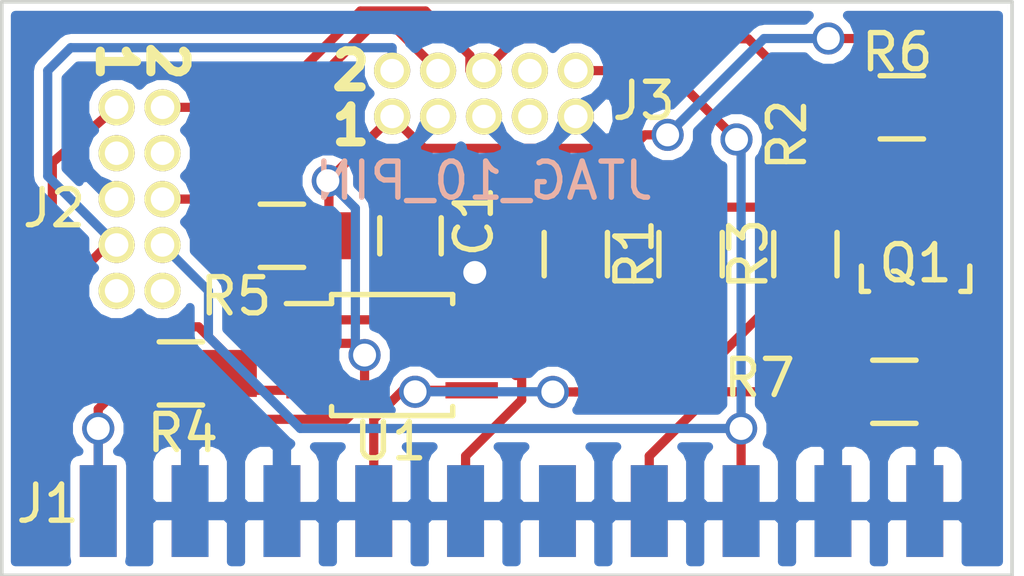
<source format=kicad_pcb>
(kicad_pcb (version 4) (host pcbnew 4.0.1-3.201512221402+6198~38~ubuntu14.04.1-stable)

  (general
    (links 45)
    (no_connects 0)
    (area 136.474999 94.564999 164.515001 110.540001)
    (thickness 1.6)
    (drawings 8)
    (tracks 146)
    (zones 0)
    (modules 13)
    (nets 23)
  )

  (page A4)
  (layers
    (0 F.Cu signal)
    (31 B.Cu signal)
    (32 B.Adhes user)
    (33 F.Adhes user)
    (34 B.Paste user)
    (35 F.Paste user)
    (36 B.SilkS user)
    (37 F.SilkS user)
    (38 B.Mask user)
    (39 F.Mask user)
    (40 Dwgs.User user)
    (41 Cmts.User user)
    (42 Eco1.User user)
    (43 Eco2.User user)
    (44 Edge.Cuts user)
    (45 Margin user)
    (46 B.CrtYd user)
    (47 F.CrtYd user)
    (48 B.Fab user)
    (49 F.Fab user)
  )

  (setup
    (last_trace_width 0.254)
    (trace_clearance 0.254)
    (zone_clearance 0.2)
    (zone_45_only no)
    (trace_min 0.254)
    (segment_width 0.2)
    (edge_width 0.1)
    (via_size 0.889)
    (via_drill 0.635)
    (via_min_size 0.889)
    (via_min_drill 0.508)
    (uvia_size 0.508)
    (uvia_drill 0.127)
    (uvias_allowed no)
    (uvia_min_size 0.508)
    (uvia_min_drill 0.127)
    (pcb_text_width 0.3)
    (pcb_text_size 1.5 1.5)
    (mod_edge_width 0.15)
    (mod_text_size 1 1)
    (mod_text_width 0.15)
    (pad_size 1.5 1.5)
    (pad_drill 0.6)
    (pad_to_mask_clearance 0)
    (aux_axis_origin 0 0)
    (visible_elements FFFFFF7F)
    (pcbplotparams
      (layerselection 0x00030_80000001)
      (usegerberextensions false)
      (excludeedgelayer true)
      (linewidth 0.100000)
      (plotframeref false)
      (viasonmask false)
      (mode 1)
      (useauxorigin false)
      (hpglpennumber 1)
      (hpglpenspeed 20)
      (hpglpendiameter 15)
      (hpglpenoverlay 2)
      (psnegative false)
      (psa4output false)
      (plotreference true)
      (plotvalue true)
      (plotinvisibletext false)
      (padsonsilk false)
      (subtractmaskfromsilk false)
      (outputformat 1)
      (mirror false)
      (drillshape 1)
      (scaleselection 1)
      (outputdirectory ""))
  )

  (net 0 "")
  (net 1 GND)
  (net 2 "Net-(J1-Pad3)")
  (net 3 "Net-(J1-Pad5)")
  (net 4 "Net-(J1-Pad11)")
  (net 5 "Net-(J1-Pad17)")
  (net 6 3V3)
  (net 7 "Net-(J2-Pad4)")
  (net 8 "Net-(J2-Pad3)")
  (net 9 "Net-(J2-Pad9)")
  (net 10 "Net-(J2-Pad10)")
  (net 11 "Net-(J3-Pad8)")
  (net 12 "Net-(J3-Pad7)")
  (net 13 /VREF)
  (net 14 /ST_SDA)
  (net 15 /ST_SCL)
  (net 16 ST_SWO)
  (net 17 /NRST)
  (net 18 T_SWO)
  (net 19 VCC)
  (net 20 /T_SCL)
  (net 21 /T_SDA)
  (net 22 /EN)

  (net_class Default "This is the default net class."
    (clearance 0.254)
    (trace_width 0.254)
    (via_dia 0.889)
    (via_drill 0.635)
    (uvia_dia 0.508)
    (uvia_drill 0.127)
    (add_net /EN)
    (add_net /NRST)
    (add_net /ST_SCL)
    (add_net /ST_SDA)
    (add_net /T_SCL)
    (add_net /T_SDA)
    (add_net /VREF)
    (add_net 3V3)
    (add_net GND)
    (add_net "Net-(J1-Pad11)")
    (add_net "Net-(J1-Pad17)")
    (add_net "Net-(J1-Pad3)")
    (add_net "Net-(J1-Pad5)")
    (add_net "Net-(J2-Pad10)")
    (add_net "Net-(J2-Pad3)")
    (add_net "Net-(J2-Pad4)")
    (add_net "Net-(J2-Pad9)")
    (add_net "Net-(J3-Pad7)")
    (add_net "Net-(J3-Pad8)")
    (add_net ST_SWO)
    (add_net T_SWO)
    (add_net VCC)
  )

  (module Capacitors_SMD:C_0805_HandSoldering (layer F.Cu) (tedit 541A9B8D) (tstamp 5592D49C)
    (at 147.828 101.092 270)
    (descr "Capacitor SMD 0805, hand soldering")
    (tags "capacitor 0805")
    (path /53BC6E97)
    (attr smd)
    (fp_text reference C1 (at -0.4064 -1.7526 270) (layer F.SilkS)
      (effects (font (size 1 1) (thickness 0.15)))
    )
    (fp_text value "0.1 uF" (at 0 2.1 270) (layer F.Fab)
      (effects (font (size 1 1) (thickness 0.15)))
    )
    (fp_line (start -2.3 -1) (end 2.3 -1) (layer F.CrtYd) (width 0.05))
    (fp_line (start -2.3 1) (end 2.3 1) (layer F.CrtYd) (width 0.05))
    (fp_line (start -2.3 -1) (end -2.3 1) (layer F.CrtYd) (width 0.05))
    (fp_line (start 2.3 -1) (end 2.3 1) (layer F.CrtYd) (width 0.05))
    (fp_line (start 0.5 -0.85) (end -0.5 -0.85) (layer F.SilkS) (width 0.15))
    (fp_line (start -0.5 0.85) (end 0.5 0.85) (layer F.SilkS) (width 0.15))
    (pad 1 smd rect (at -1.25 0 270) (size 1.5 1.25) (layers F.Cu F.Paste F.Mask)
      (net 6 3V3))
    (pad 2 smd rect (at 1.25 0 270) (size 1.5 1.25) (layers F.Cu F.Paste F.Mask)
      (net 1 GND))
    (model Capacitors_SMD.3dshapes/C_0805_HandSoldering.wrl
      (at (xyz 0 0 0))
      (scale (xyz 1 1 1))
      (rotate (xyz 0 0 0))
    )
  )

  (module NQBit:EDGE_CONNECTOR_2x10_2.54MM (layer F.Cu) (tedit 5592D5C4) (tstamp 5592D4A1)
    (at 149.352 108.712)
    (path /53BC5CE4)
    (fp_text reference J1 (at -11.557 -0.2032) (layer F.SilkS)
      (effects (font (size 1 1) (thickness 0.15)))
    )
    (fp_text value JTAG_STLINKV2 (at 11.3538 -2.8194) (layer F.SilkS) hide
      (effects (font (size 1 1) (thickness 0.15)))
    )
    (pad 1 connect rect (at -10.16 0) (size 1.02 2.54) (layers F.Cu F.Mask)
      (net 13 /VREF))
    (pad 3 connect rect (at -7.62 0) (size 1.02 2.54) (layers F.Cu F.Mask)
      (net 2 "Net-(J1-Pad3)"))
    (pad 5 connect rect (at -5.08 0) (size 1.02 2.54) (layers F.Cu F.Mask)
      (net 3 "Net-(J1-Pad5)"))
    (pad 7 connect rect (at -2.54 0) (size 1.02 2.54) (layers F.Cu F.Mask)
      (net 14 /ST_SDA))
    (pad 9 connect rect (at 0 0) (size 1.02 2.54) (layers F.Cu F.Mask)
      (net 15 /ST_SCL))
    (pad 11 connect rect (at 2.54 0) (size 1.02 2.54) (layers F.Cu F.Mask)
      (net 4 "Net-(J1-Pad11)"))
    (pad 13 connect rect (at 5.08 0) (size 1.02 2.54) (layers F.Cu F.Mask)
      (net 16 ST_SWO))
    (pad 15 connect rect (at 7.62 0) (size 1.02 2.54) (layers F.Cu F.Mask)
      (net 17 /NRST))
    (pad 17 connect rect (at 10.16 0) (size 1.02 2.54) (layers F.Cu F.Mask)
      (net 5 "Net-(J1-Pad17)"))
    (pad 19 connect rect (at 12.7 0) (size 1.02 2.54) (layers F.Cu F.Mask)
      (net 6 3V3))
    (pad 2 connect rect (at -10.16 0) (size 1.02 2.54) (layers B.Cu B.Mask)
      (net 13 /VREF))
    (pad 4 connect rect (at -7.62 0) (size 1.02 2.54) (layers B.Cu B.Mask)
      (net 1 GND))
    (pad 6 connect rect (at -5.08 0) (size 1.02 2.54) (layers B.Cu B.Mask)
      (net 1 GND))
    (pad 8 connect rect (at -2.54 0) (size 1.02 2.54) (layers B.Cu B.Mask)
      (net 1 GND))
    (pad 10 connect rect (at 0 0) (size 1.02 2.54) (layers B.Cu B.Mask)
      (net 1 GND))
    (pad 12 connect rect (at 2.54 0) (size 1.02 2.54) (layers B.Cu B.Mask)
      (net 1 GND))
    (pad 14 connect rect (at 5.08 0) (size 1.02 2.54) (layers B.Cu B.Mask)
      (net 1 GND))
    (pad 16 connect rect (at 7.62 0) (size 1.02 2.54) (layers B.Cu B.Mask)
      (net 1 GND))
    (pad 18 connect rect (at 10.16 0) (size 1.02 2.54) (layers B.Cu B.Mask)
      (net 1 GND))
    (pad 20 connect rect (at 12.7 0) (size 1.02 2.54) (layers B.Cu B.Mask)
      (net 1 GND))
  )

  (module NQBit:HEADER_PTH_MALE_2x5_1.27MM (layer F.Cu) (tedit 5592D5BB) (tstamp 5592D4B8)
    (at 140.97 100.076 270)
    (path /53BC6131)
    (fp_text reference J2 (at 0.254 2.9972 360) (layer F.SilkS)
      (effects (font (size 1 1) (thickness 0.15)))
    )
    (fp_text value PACKET_TRACE_PORT (at 2.3876 -22.5044 270) (layer F.SilkS) hide
      (effects (font (size 1 1) (thickness 0.15)))
    )
    (pad 2 thru_hole circle (at -2.54 0 270) (size 1 1) (drill 0.65) (layers *.Cu *.Mask F.SilkS)
      (net 18 T_SWO))
    (pad 1 thru_hole circle (at -2.54 1.27 270) (size 1 1) (drill 0.65) (layers *.Cu *.Mask F.SilkS)
      (net 19 VCC))
    (pad 4 thru_hole circle (at -1.27 0 270) (size 1 1) (drill 0.65) (layers *.Cu *.Mask F.SilkS)
      (net 7 "Net-(J2-Pad4)"))
    (pad 3 thru_hole circle (at -1.27 1.27 270) (size 1 1) (drill 0.65) (layers *.Cu *.Mask F.SilkS)
      (net 8 "Net-(J2-Pad3)"))
    (pad 6 thru_hole circle (at 0 0 270) (size 1 1) (drill 0.65) (layers *.Cu *.Mask F.SilkS)
      (net 20 /T_SCL))
    (pad 5 thru_hole circle (at 0 1.27 270) (size 1 1) (drill 0.65) (layers *.Cu *.Mask F.SilkS)
      (net 1 GND))
    (pad 8 thru_hole circle (at 1.27 0 270) (size 1 1) (drill 0.65) (layers *.Cu *.Mask F.SilkS)
      (net 17 /NRST))
    (pad 7 thru_hole circle (at 1.27 1.27 270) (size 1 1) (drill 0.65) (layers *.Cu *.Mask F.SilkS)
      (net 21 /T_SDA))
    (pad 9 thru_hole circle (at 2.54 1.27 270) (size 1 1) (drill 0.65) (layers *.Cu *.Mask F.SilkS)
      (net 9 "Net-(J2-Pad9)"))
    (pad 10 thru_hole circle (at 2.54 0 270) (size 1 1) (drill 0.65) (layers *.Cu *.Mask F.SilkS)
      (net 10 "Net-(J2-Pad10)"))
  )

  (module NQBit:HEADER_PTH_MALE_2x5_1.27MM (layer F.Cu) (tedit 53BE1FBE) (tstamp 5592D4C5)
    (at 149.86 96.52)
    (path /53BC797B)
    (fp_text reference J3 (at 4.4196 0.8382) (layer F.SilkS)
      (effects (font (size 1 1) (thickness 0.15)))
    )
    (fp_text value JTAG_10_PIN (at 0 3.048) (layer B.SilkS)
      (effects (font (size 1 1) (thickness 0.15)) (justify mirror))
    )
    (pad 2 thru_hole circle (at -2.54 0) (size 1 1) (drill 0.65) (layers *.Cu *.Mask F.SilkS)
      (net 21 /T_SDA))
    (pad 1 thru_hole circle (at -2.54 1.27) (size 1 1) (drill 0.65) (layers *.Cu *.Mask F.SilkS)
      (net 19 VCC))
    (pad 4 thru_hole circle (at -1.27 0) (size 1 1) (drill 0.65) (layers *.Cu *.Mask F.SilkS)
      (net 20 /T_SCL))
    (pad 3 thru_hole circle (at -1.27 1.27) (size 1 1) (drill 0.65) (layers *.Cu *.Mask F.SilkS)
      (net 1 GND))
    (pad 6 thru_hole circle (at 0 0) (size 1 1) (drill 0.65) (layers *.Cu *.Mask F.SilkS)
      (net 18 T_SWO))
    (pad 5 thru_hole circle (at 0 1.27) (size 1 1) (drill 0.65) (layers *.Cu *.Mask F.SilkS)
      (net 1 GND))
    (pad 8 thru_hole circle (at 1.27 0) (size 1 1) (drill 0.65) (layers *.Cu *.Mask F.SilkS)
      (net 11 "Net-(J3-Pad8)"))
    (pad 7 thru_hole circle (at 1.27 1.27) (size 1 1) (drill 0.65) (layers *.Cu *.Mask F.SilkS)
      (net 12 "Net-(J3-Pad7)"))
    (pad 9 thru_hole circle (at 2.54 1.27) (size 1 1) (drill 0.65) (layers *.Cu *.Mask F.SilkS)
      (net 1 GND))
    (pad 10 thru_hole circle (at 2.54 0) (size 1 1) (drill 0.65) (layers *.Cu *.Mask F.SilkS)
      (net 17 /NRST))
  )

  (module Resistors_SMD:R_0805_HandSoldering (layer F.Cu) (tedit 54189DEE) (tstamp 5592D4D2)
    (at 152.4 101.6 270)
    (descr "Resistor SMD 0805, hand soldering")
    (tags "resistor 0805")
    (path /53BC67EC)
    (attr smd)
    (fp_text reference R1 (at 0 -1.6256 270) (layer F.SilkS)
      (effects (font (size 1 1) (thickness 0.15)))
    )
    (fp_text value 200k (at 0 2.1 270) (layer F.Fab)
      (effects (font (size 1 1) (thickness 0.15)))
    )
    (fp_line (start -2.4 -1) (end 2.4 -1) (layer F.CrtYd) (width 0.05))
    (fp_line (start -2.4 1) (end 2.4 1) (layer F.CrtYd) (width 0.05))
    (fp_line (start -2.4 -1) (end -2.4 1) (layer F.CrtYd) (width 0.05))
    (fp_line (start 2.4 -1) (end 2.4 1) (layer F.CrtYd) (width 0.05))
    (fp_line (start 0.6 0.875) (end -0.6 0.875) (layer F.SilkS) (width 0.15))
    (fp_line (start -0.6 -0.875) (end 0.6 -0.875) (layer F.SilkS) (width 0.15))
    (pad 1 smd rect (at -1.35 0 270) (size 1.5 1.3) (layers F.Cu F.Paste F.Mask)
      (net 6 3V3))
    (pad 2 smd rect (at 1.35 0 270) (size 1.5 1.3) (layers F.Cu F.Paste F.Mask)
      (net 22 /EN))
    (model Resistors_SMD.3dshapes/R_0805_HandSoldering.wrl
      (at (xyz 0 0 0))
      (scale (xyz 1 1 1))
      (rotate (xyz 0 0 0))
    )
  )

  (module Resistors_SMD:R_0805_HandSoldering (layer F.Cu) (tedit 54189DEE) (tstamp 5592D4D7)
    (at 158.75 101.6 270)
    (descr "Resistor SMD 0805, hand soldering")
    (tags "resistor 0805")
    (path /53BC7240)
    (attr smd)
    (fp_text reference R2 (at -3.302 0.508 270) (layer F.SilkS)
      (effects (font (size 1 1) (thickness 0.15)))
    )
    (fp_text value 1k (at 0 2.1 270) (layer F.Fab)
      (effects (font (size 1 1) (thickness 0.15)))
    )
    (fp_line (start -2.4 -1) (end 2.4 -1) (layer F.CrtYd) (width 0.05))
    (fp_line (start -2.4 1) (end 2.4 1) (layer F.CrtYd) (width 0.05))
    (fp_line (start -2.4 -1) (end -2.4 1) (layer F.CrtYd) (width 0.05))
    (fp_line (start 2.4 -1) (end 2.4 1) (layer F.CrtYd) (width 0.05))
    (fp_line (start 0.6 0.875) (end -0.6 0.875) (layer F.SilkS) (width 0.15))
    (fp_line (start -0.6 -0.875) (end 0.6 -0.875) (layer F.SilkS) (width 0.15))
    (pad 1 smd rect (at -1.35 0 270) (size 1.5 1.3) (layers F.Cu F.Paste F.Mask)
      (net 6 3V3))
    (pad 2 smd rect (at 1.35 0 270) (size 1.5 1.3) (layers F.Cu F.Paste F.Mask)
      (net 14 /ST_SDA))
    (model Resistors_SMD.3dshapes/R_0805_HandSoldering.wrl
      (at (xyz 0 0 0))
      (scale (xyz 1 1 1))
      (rotate (xyz 0 0 0))
    )
  )

  (module Resistors_SMD:R_0805_HandSoldering (layer F.Cu) (tedit 54189DEE) (tstamp 5592D4DC)
    (at 155.575 101.6 270)
    (descr "Resistor SMD 0805, hand soldering")
    (tags "resistor 0805")
    (path /53BC71FF)
    (attr smd)
    (fp_text reference R3 (at 0 -1.6002 270) (layer F.SilkS)
      (effects (font (size 1 1) (thickness 0.15)))
    )
    (fp_text value 1k (at 0 2.1 270) (layer F.Fab)
      (effects (font (size 1 1) (thickness 0.15)))
    )
    (fp_line (start -2.4 -1) (end 2.4 -1) (layer F.CrtYd) (width 0.05))
    (fp_line (start -2.4 1) (end 2.4 1) (layer F.CrtYd) (width 0.05))
    (fp_line (start -2.4 -1) (end -2.4 1) (layer F.CrtYd) (width 0.05))
    (fp_line (start 2.4 -1) (end 2.4 1) (layer F.CrtYd) (width 0.05))
    (fp_line (start 0.6 0.875) (end -0.6 0.875) (layer F.SilkS) (width 0.15))
    (fp_line (start -0.6 -0.875) (end 0.6 -0.875) (layer F.SilkS) (width 0.15))
    (pad 1 smd rect (at -1.35 0 270) (size 1.5 1.3) (layers F.Cu F.Paste F.Mask)
      (net 6 3V3))
    (pad 2 smd rect (at 1.35 0 270) (size 1.5 1.3) (layers F.Cu F.Paste F.Mask)
      (net 15 /ST_SCL))
    (model Resistors_SMD.3dshapes/R_0805_HandSoldering.wrl
      (at (xyz 0 0 0))
      (scale (xyz 1 1 1))
      (rotate (xyz 0 0 0))
    )
  )

  (module Resistors_SMD:R_0805_HandSoldering (layer F.Cu) (tedit 54189DEE) (tstamp 5592D4E1)
    (at 141.478 104.902)
    (descr "Resistor SMD 0805, hand soldering")
    (tags "resistor 0805")
    (path /53BC71AA)
    (attr smd)
    (fp_text reference R4 (at 0.0508 1.651) (layer F.SilkS)
      (effects (font (size 1 1) (thickness 0.15)))
    )
    (fp_text value 1k (at 0 2.1) (layer F.Fab)
      (effects (font (size 1 1) (thickness 0.15)))
    )
    (fp_line (start -2.4 -1) (end 2.4 -1) (layer F.CrtYd) (width 0.05))
    (fp_line (start -2.4 1) (end 2.4 1) (layer F.CrtYd) (width 0.05))
    (fp_line (start -2.4 -1) (end -2.4 1) (layer F.CrtYd) (width 0.05))
    (fp_line (start 2.4 -1) (end 2.4 1) (layer F.CrtYd) (width 0.05))
    (fp_line (start 0.6 0.875) (end -0.6 0.875) (layer F.SilkS) (width 0.15))
    (fp_line (start -0.6 -0.875) (end 0.6 -0.875) (layer F.SilkS) (width 0.15))
    (pad 1 smd rect (at -1.35 0) (size 1.5 1.3) (layers F.Cu F.Paste F.Mask)
      (net 19 VCC))
    (pad 2 smd rect (at 1.35 0) (size 1.5 1.3) (layers F.Cu F.Paste F.Mask)
      (net 21 /T_SDA))
    (model Resistors_SMD.3dshapes/R_0805_HandSoldering.wrl
      (at (xyz 0 0 0))
      (scale (xyz 1 1 1))
      (rotate (xyz 0 0 0))
    )
  )

  (module Resistors_SMD:R_0805_HandSoldering (layer F.Cu) (tedit 54189DEE) (tstamp 5592D4E6)
    (at 144.272 101.092 180)
    (descr "Resistor SMD 0805, hand soldering")
    (tags "resistor 0805")
    (path /53BC709D)
    (attr smd)
    (fp_text reference R5 (at 1.27 -1.6764 180) (layer F.SilkS)
      (effects (font (size 1 1) (thickness 0.15)))
    )
    (fp_text value 1k (at 0 2.1 180) (layer F.Fab)
      (effects (font (size 1 1) (thickness 0.15)))
    )
    (fp_line (start -2.4 -1) (end 2.4 -1) (layer F.CrtYd) (width 0.05))
    (fp_line (start -2.4 1) (end 2.4 1) (layer F.CrtYd) (width 0.05))
    (fp_line (start -2.4 -1) (end -2.4 1) (layer F.CrtYd) (width 0.05))
    (fp_line (start 2.4 -1) (end 2.4 1) (layer F.CrtYd) (width 0.05))
    (fp_line (start 0.6 0.875) (end -0.6 0.875) (layer F.SilkS) (width 0.15))
    (fp_line (start -0.6 -0.875) (end 0.6 -0.875) (layer F.SilkS) (width 0.15))
    (pad 1 smd rect (at -1.35 0 180) (size 1.5 1.3) (layers F.Cu F.Paste F.Mask)
      (net 19 VCC))
    (pad 2 smd rect (at 1.35 0 180) (size 1.5 1.3) (layers F.Cu F.Paste F.Mask)
      (net 20 /T_SCL))
    (model Resistors_SMD.3dshapes/R_0805_HandSoldering.wrl
      (at (xyz 0 0 0))
      (scale (xyz 1 1 1))
      (rotate (xyz 0 0 0))
    )
  )

  (module Housings_SSOP:MSOP-8_3x3mm_Pitch0.65mm (layer F.Cu) (tedit 5592D5AB) (tstamp 5592D4EB)
    (at 147.32 104.394)
    (descr "8-Lead Plastic Micro Small Outline Package (MS) [MSOP] (see Microchip Packaging Specification 00000049BS.pdf)")
    (tags "SSOP 0.65")
    (path /53BC65FD)
    (attr smd)
    (fp_text reference U1 (at -0.0508 2.3876) (layer F.SilkS)
      (effects (font (size 1 1) (thickness 0.15)))
    )
    (fp_text value PCA9306 (at 0 2.6) (layer F.Fab) hide
      (effects (font (size 1 1) (thickness 0.15)))
    )
    (fp_line (start -3.2 -1.85) (end -3.2 1.85) (layer F.CrtYd) (width 0.05))
    (fp_line (start 3.2 -1.85) (end 3.2 1.85) (layer F.CrtYd) (width 0.05))
    (fp_line (start -3.2 -1.85) (end 3.2 -1.85) (layer F.CrtYd) (width 0.05))
    (fp_line (start -3.2 1.85) (end 3.2 1.85) (layer F.CrtYd) (width 0.05))
    (fp_line (start -1.675 -1.675) (end -1.675 -1.425) (layer F.SilkS) (width 0.15))
    (fp_line (start 1.675 -1.675) (end 1.675 -1.425) (layer F.SilkS) (width 0.15))
    (fp_line (start 1.675 1.675) (end 1.675 1.425) (layer F.SilkS) (width 0.15))
    (fp_line (start -1.675 1.675) (end -1.675 1.425) (layer F.SilkS) (width 0.15))
    (fp_line (start -1.675 -1.675) (end 1.675 -1.675) (layer F.SilkS) (width 0.15))
    (fp_line (start -1.675 1.675) (end 1.675 1.675) (layer F.SilkS) (width 0.15))
    (fp_line (start -1.675 -1.425) (end -2.925 -1.425) (layer F.SilkS) (width 0.15))
    (pad 1 smd rect (at -2.2 -0.975) (size 1.45 0.45) (layers F.Cu F.Paste F.Mask)
      (net 1 GND))
    (pad 2 smd rect (at -2.2 -0.325) (size 1.45 0.45) (layers F.Cu F.Paste F.Mask)
      (net 19 VCC))
    (pad 3 smd rect (at -2.2 0.325) (size 1.45 0.45) (layers F.Cu F.Paste F.Mask)
      (net 20 /T_SCL))
    (pad 4 smd rect (at -2.2 0.975) (size 1.45 0.45) (layers F.Cu F.Paste F.Mask)
      (net 21 /T_SDA))
    (pad 5 smd rect (at 2.2 0.975) (size 1.45 0.45) (layers F.Cu F.Paste F.Mask)
      (net 14 /ST_SDA))
    (pad 6 smd rect (at 2.2 0.325) (size 1.45 0.45) (layers F.Cu F.Paste F.Mask)
      (net 15 /ST_SCL))
    (pad 7 smd rect (at 2.2 -0.325) (size 1.45 0.45) (layers F.Cu F.Paste F.Mask)
      (net 6 3V3))
    (pad 8 smd rect (at 2.2 -0.975) (size 1.45 0.45) (layers F.Cu F.Paste F.Mask)
      (net 22 /EN))
    (model Housings_SSOP.3dshapes/MSOP-8_3x3mm_Pitch0.65mm.wrl
      (at (xyz 0 0 0))
      (scale (xyz 1 1 1))
      (rotate (xyz 0 0 0))
    )
  )

  (module TO_SOT_Packages_SMD:SOT-23_Handsoldering (layer F.Cu) (tedit 54E9291B) (tstamp 56A5B407)
    (at 161.798 101.981 180)
    (descr "SOT-23, Handsoldering")
    (tags SOT-23)
    (path /56A57903)
    (attr smd)
    (fp_text reference Q1 (at 0 0.127 180) (layer F.SilkS)
      (effects (font (size 1 1) (thickness 0.15)))
    )
    (fp_text value BSS138 (at 0 3.81 180) (layer F.Fab)
      (effects (font (size 1 1) (thickness 0.15)))
    )
    (fp_line (start -1.49982 0.0508) (end -1.49982 -0.65024) (layer F.SilkS) (width 0.15))
    (fp_line (start -1.49982 -0.65024) (end -1.2509 -0.65024) (layer F.SilkS) (width 0.15))
    (fp_line (start 1.29916 -0.65024) (end 1.49982 -0.65024) (layer F.SilkS) (width 0.15))
    (fp_line (start 1.49982 -0.65024) (end 1.49982 0.0508) (layer F.SilkS) (width 0.15))
    (pad 1 smd rect (at -0.95 1.50114 180) (size 0.8001 1.80086) (layers F.Cu F.Paste F.Mask)
      (net 19 VCC))
    (pad 2 smd rect (at 0.95 1.50114 180) (size 0.8001 1.80086) (layers F.Cu F.Paste F.Mask)
      (net 18 T_SWO))
    (pad 3 smd rect (at 0 -1.50114 180) (size 0.8001 1.80086) (layers F.Cu F.Paste F.Mask)
      (net 16 ST_SWO))
    (model TO_SOT_Packages_SMD.3dshapes/SOT-23_Handsoldering.wrl
      (at (xyz 0 0 0))
      (scale (xyz 1 1 1))
      (rotate (xyz 0 0 0))
    )
  )

  (module Resistors_SMD:R_0805_HandSoldering (layer F.Cu) (tedit 54189DEE) (tstamp 56A5B40D)
    (at 161.417 97.536 180)
    (descr "Resistor SMD 0805, hand soldering")
    (tags "resistor 0805")
    (path /56A57A43)
    (attr smd)
    (fp_text reference R6 (at 0.127 1.524 180) (layer F.SilkS)
      (effects (font (size 1 1) (thickness 0.15)))
    )
    (fp_text value 10k (at 0 2.1 180) (layer F.Fab)
      (effects (font (size 1 1) (thickness 0.15)))
    )
    (fp_line (start -2.4 -1) (end 2.4 -1) (layer F.CrtYd) (width 0.05))
    (fp_line (start -2.4 1) (end 2.4 1) (layer F.CrtYd) (width 0.05))
    (fp_line (start -2.4 -1) (end -2.4 1) (layer F.CrtYd) (width 0.05))
    (fp_line (start 2.4 -1) (end 2.4 1) (layer F.CrtYd) (width 0.05))
    (fp_line (start 0.6 0.875) (end -0.6 0.875) (layer F.SilkS) (width 0.15))
    (fp_line (start -0.6 -0.875) (end 0.6 -0.875) (layer F.SilkS) (width 0.15))
    (pad 1 smd rect (at -1.35 0 180) (size 1.5 1.3) (layers F.Cu F.Paste F.Mask)
      (net 19 VCC))
    (pad 2 smd rect (at 1.35 0 180) (size 1.5 1.3) (layers F.Cu F.Paste F.Mask)
      (net 18 T_SWO))
    (model Resistors_SMD.3dshapes/R_0805_HandSoldering.wrl
      (at (xyz 0 0 0))
      (scale (xyz 1 1 1))
      (rotate (xyz 0 0 0))
    )
  )

  (module Resistors_SMD:R_0805_HandSoldering (layer F.Cu) (tedit 54189DEE) (tstamp 56A5B413)
    (at 161.21 105.41 180)
    (descr "Resistor SMD 0805, hand soldering")
    (tags "resistor 0805")
    (path /56A57AF7)
    (attr smd)
    (fp_text reference R7 (at 3.73 0.381 180) (layer F.SilkS)
      (effects (font (size 1 1) (thickness 0.15)))
    )
    (fp_text value 10k (at 0 2.1 180) (layer F.Fab)
      (effects (font (size 1 1) (thickness 0.15)))
    )
    (fp_line (start -2.4 -1) (end 2.4 -1) (layer F.CrtYd) (width 0.05))
    (fp_line (start -2.4 1) (end 2.4 1) (layer F.CrtYd) (width 0.05))
    (fp_line (start -2.4 -1) (end -2.4 1) (layer F.CrtYd) (width 0.05))
    (fp_line (start 2.4 -1) (end 2.4 1) (layer F.CrtYd) (width 0.05))
    (fp_line (start 0.6 0.875) (end -0.6 0.875) (layer F.SilkS) (width 0.15))
    (fp_line (start -0.6 -0.875) (end 0.6 -0.875) (layer F.SilkS) (width 0.15))
    (pad 1 smd rect (at -1.35 0 180) (size 1.5 1.3) (layers F.Cu F.Paste F.Mask)
      (net 6 3V3))
    (pad 2 smd rect (at 1.35 0 180) (size 1.5 1.3) (layers F.Cu F.Paste F.Mask)
      (net 16 ST_SWO))
    (model Resistors_SMD.3dshapes/R_0805_HandSoldering.wrl
      (at (xyz 0 0 0))
      (scale (xyz 1 1 1))
      (rotate (xyz 0 0 0))
    )
  )

  (gr_text 2 (at 141.097 96.266 270) (layer F.SilkS)
    (effects (font (size 1 1) (thickness 0.25)))
  )
  (gr_text 1 (at 139.7 96.266 270) (layer F.SilkS)
    (effects (font (size 1 1) (thickness 0.25)))
  )
  (gr_text 2 (at 146.177 96.52) (layer F.SilkS)
    (effects (font (size 1 1) (thickness 0.25)))
  )
  (gr_text 1 (at 146.177 98.044) (layer F.SilkS)
    (effects (font (size 1 1) (thickness 0.25)))
  )
  (gr_line (start 136.525 110.49) (end 136.525 94.615) (angle 90) (layer Edge.Cuts) (width 0.1))
  (gr_line (start 164.465 110.49) (end 136.525 110.49) (angle 90) (layer Edge.Cuts) (width 0.1))
  (gr_line (start 164.465 94.615) (end 164.465 110.49) (angle 90) (layer Edge.Cuts) (width 0.1))
  (gr_line (start 136.525 94.615) (end 164.465 94.615) (angle 90) (layer Edge.Cuts) (width 0.1))

  (segment (start 147.27936 103.41864) (end 147.828 102.87) (width 0.254) (layer F.Cu) (net 1) (tstamp 53C44A81))
  (segment (start 147.828 102.87) (end 147.828 102.0445) (width 0.254) (layer F.Cu) (net 1) (tstamp 53C44A84) (status 20))
  (segment (start 145.01876 103.41864) (end 147.27936 103.41864) (width 0.254) (layer F.Cu) (net 1) (status 10))
  (segment (start 149.5425 102.0445) (end 149.606 102.108) (width 0.254) (layer F.Cu) (net 1) (tstamp 53C44CB0))
  (via (at 149.606 102.108) (size 0.889) (layers F.Cu B.Cu) (net 1))
  (segment (start 147.828 102.0445) (end 149.5425 102.0445) (width 0.254) (layer F.Cu) (net 1) (status 10))
  (segment (start 147.828 99.842) (end 151.992 99.842) (width 0.254) (layer F.Cu) (net 6))
  (segment (start 151.992 99.842) (end 152.4 100.25) (width 0.254) (layer F.Cu) (net 6))
  (segment (start 153.431001 101.381001) (end 152.4 100.35) (width 0.254) (layer F.Cu) (net 6))
  (segment (start 153.431001 104.004801) (end 153.431001 101.381001) (width 0.254) (layer F.Cu) (net 6))
  (segment (start 149.52 104.069) (end 151.433198 104.069) (width 0.254) (layer F.Cu) (net 6))
  (segment (start 151.433198 104.069) (end 151.445199 104.081001) (width 0.254) (layer F.Cu) (net 6))
  (segment (start 151.445199 104.081001) (end 153.354801 104.081001) (width 0.254) (layer F.Cu) (net 6))
  (segment (start 153.354801 104.081001) (end 153.431001 104.004801) (width 0.254) (layer F.Cu) (net 6))
  (segment (start 152.4 100.35) (end 152.4 100.25) (width 0.254) (layer F.Cu) (net 6))
  (segment (start 162.56 106.426) (end 162.052 106.934) (width 0.254) (layer F.Cu) (net 6))
  (segment (start 162.052 106.934) (end 162.052 108.712) (width 0.254) (layer F.Cu) (net 6))
  (segment (start 162.56 105.41) (end 162.56 106.426) (width 0.254) (layer F.Cu) (net 6))
  (segment (start 162.814 104.252) (end 162.814 102.511858) (width 0.254) (layer F.Cu) (net 6))
  (segment (start 162.814 102.511858) (end 162.063433 101.761291) (width 0.254) (layer F.Cu) (net 6))
  (segment (start 162.063433 101.761291) (end 160.161291 101.761291) (width 0.254) (layer F.Cu) (net 6))
  (segment (start 160.161291 101.761291) (end 158.75 100.35) (width 0.254) (layer F.Cu) (net 6))
  (segment (start 158.75 100.35) (end 158.75 100.25) (width 0.254) (layer F.Cu) (net 6))
  (segment (start 162.56 105.41) (end 162.56 104.506) (width 0.254) (layer F.Cu) (net 6))
  (segment (start 162.56 104.506) (end 162.814 104.252) (width 0.254) (layer F.Cu) (net 6))
  (segment (start 152.4 100.29952) (end 155.575 100.29952) (width 0.254) (layer F.Cu) (net 6) (status 30))
  (segment (start 155.575 100.29952) (end 158.75 100.29952) (width 0.254) (layer F.Cu) (net 6) (status 30))
  (segment (start 141.224 102.87) (end 141.224 102.90048) (width 0.254) (layer F.Cu) (net 10) (tstamp 53BE28FE) (status 80030))
  (segment (start 139.192 108.712) (end 139.192 106.426) (width 0.254) (layer F.Cu) (net 13) (status 10))
  (segment (start 139.192 108.712) (end 139.192 106.426) (width 0.254) (layer B.Cu) (net 13) (status 10))
  (segment (start 139.192 106.426) (end 139.192 105.88752) (width 0.254) (layer F.Cu) (net 13) (tstamp 53C4424C))
  (via (at 139.192 106.426) (size 0.889) (layers F.Cu B.Cu) (net 13))
  (segment (start 151.760469 105.41) (end 151.765 105.414531) (width 0.254) (layer B.Cu) (net 14))
  (segment (start 155.381469 105.414531) (end 152.393617 105.414531) (width 0.254) (layer F.Cu) (net 14))
  (segment (start 157.846 102.95) (end 155.381469 105.414531) (width 0.254) (layer F.Cu) (net 14))
  (segment (start 158.75 102.95) (end 157.846 102.95) (width 0.254) (layer F.Cu) (net 14))
  (segment (start 152.393617 105.414531) (end 151.765 105.414531) (width 0.254) (layer F.Cu) (net 14))
  (segment (start 147.955 105.41) (end 151.760469 105.41) (width 0.254) (layer B.Cu) (net 14))
  (via (at 151.765 105.414531) (size 0.889) (drill 0.635) (layers F.Cu B.Cu) (net 14))
  (segment (start 146.812 106.172) (end 146.812 108.712) (width 0.254) (layer F.Cu) (net 14) (tstamp 53C44987) (status 20))
  (segment (start 158.71952 102.90048) (end 158.75 102.90048) (width 0.254) (layer F.Cu) (net 14) (tstamp 53C460F1) (status 30))
  (segment (start 147.61464 105.36936) (end 146.812 106.172) (width 0.254) (layer F.Cu) (net 14) (tstamp 53C44984))
  (segment (start 149.62124 105.36936) (end 147.61464 105.36936) (width 0.254) (layer F.Cu) (net 14) (status 10))
  (segment (start 147.99564 105.36936) (end 147.955 105.41) (width 0.254) (layer F.Cu) (net 14) (tstamp 53C460E7))
  (via (at 147.955 105.41) (size 0.889) (layers F.Cu B.Cu) (net 14))
  (segment (start 149.62124 105.36936) (end 147.99564 105.36936) (width 0.254) (layer F.Cu) (net 14) (status 10))
  (segment (start 149.52 104.719) (end 150.499 104.719) (width 0.254) (layer F.Cu) (net 15))
  (segment (start 150.499 104.719) (end 150.73801 104.95801) (width 0.254) (layer F.Cu) (net 15))
  (segment (start 150.73801 104.95801) (end 150.903426 104.95801) (width 0.254) (layer F.Cu) (net 15))
  (segment (start 153.886468 104.589012) (end 155.575 102.90048) (width 0.254) (layer F.Cu) (net 15))
  (segment (start 150.903426 104.95801) (end 151.272424 104.589012) (width 0.254) (layer F.Cu) (net 15))
  (segment (start 150.903426 105.636574) (end 150.903426 104.95801) (width 0.254) (layer F.Cu) (net 15))
  (segment (start 149.352 108.712) (end 149.352 107.188) (width 0.254) (layer F.Cu) (net 15))
  (segment (start 151.272424 104.589012) (end 153.886468 104.589012) (width 0.254) (layer F.Cu) (net 15))
  (segment (start 149.352 107.188) (end 150.903426 105.636574) (width 0.254) (layer F.Cu) (net 15))
  (segment (start 161.798 103.48214) (end 161.798 103.98252) (width 0.254) (layer F.Cu) (net 16))
  (segment (start 161.798 103.98252) (end 160.37052 105.41) (width 0.254) (layer F.Cu) (net 16))
  (segment (start 160.37052 105.41) (end 159.86 105.41) (width 0.254) (layer F.Cu) (net 16))
  (segment (start 159.86 105.41) (end 156.21 105.41) (width 0.254) (layer F.Cu) (net 16))
  (segment (start 156.21 105.41) (end 154.432 107.188) (width 0.254) (layer F.Cu) (net 16))
  (segment (start 154.432 107.188) (end 154.432 108.712) (width 0.254) (layer F.Cu) (net 16))
  (via (at 156.972 106.426) (size 0.889) (layers F.Cu B.Cu) (net 17))
  (segment (start 156.972 106.426) (end 144.78 106.426) (width 0.254) (layer B.Cu) (net 17) (tstamp 53C45162))
  (segment (start 144.78 106.426) (end 142.24 103.886) (width 0.254) (layer B.Cu) (net 17) (tstamp 53C45163))
  (segment (start 142.24 103.886) (end 142.24 102.616) (width 0.254) (layer B.Cu) (net 17) (tstamp 53C45167))
  (segment (start 142.24 102.616) (end 140.97 101.346) (width 0.254) (layer B.Cu) (net 17) (tstamp 53C4516A) (status 20))
  (segment (start 156.972 108.712) (end 156.972 106.426) (width 0.254) (layer F.Cu) (net 17) (status 10))
  (segment (start 154.94 96.52) (end 156.845 98.425) (width 0.254) (layer F.Cu) (net 17) (tstamp 53C46660))
  (via (at 156.845 98.425) (size 0.889) (layers F.Cu B.Cu) (net 17))
  (segment (start 156.845 98.425) (end 156.972 98.552) (width 0.254) (layer B.Cu) (net 17) (tstamp 53C46686))
  (segment (start 156.972 98.552) (end 156.972 106.426) (width 0.254) (layer B.Cu) (net 17) (tstamp 53C46687))
  (segment (start 152.4 96.52) (end 154.94 96.52) (width 0.254) (layer F.Cu) (net 17))
  (segment (start 160.067 97.536) (end 159.063 97.536) (width 0.254) (layer F.Cu) (net 18))
  (segment (start 159.063 97.536) (end 157.165999 95.638999) (width 0.254) (layer F.Cu) (net 18))
  (segment (start 157.165999 95.638999) (end 150.741001 95.638999) (width 0.254) (layer F.Cu) (net 18))
  (segment (start 150.741001 95.638999) (end 150.359999 96.020001) (width 0.254) (layer F.Cu) (net 18))
  (segment (start 150.359999 96.020001) (end 149.86 96.52) (width 0.254) (layer F.Cu) (net 18))
  (segment (start 160.848 100.47986) (end 160.848 98.317) (width 0.254) (layer F.Cu) (net 18))
  (segment (start 160.848 98.317) (end 160.067 97.536) (width 0.254) (layer F.Cu) (net 18))
  (segment (start 149.86 96.52) (end 149.471001 96.52) (width 0.254) (layer F.Cu) (net 18))
  (segment (start 149.471001 96.52) (end 149.471001 96.097119) (width 0.254) (layer F.Cu) (net 18))
  (segment (start 149.471001 96.097119) (end 148.242882 94.869001) (width 0.254) (layer F.Cu) (net 18))
  (segment (start 148.242882 94.869001) (end 146.444084 94.869002) (width 0.254) (layer F.Cu) (net 18))
  (segment (start 146.444084 94.869002) (end 143.777086 97.536) (width 0.254) (layer F.Cu) (net 18))
  (segment (start 143.777086 97.536) (end 140.97 97.536) (width 0.254) (layer F.Cu) (net 18))
  (segment (start 154.94 98.298) (end 154.311383 98.298) (width 0.254) (layer F.Cu) (net 19))
  (segment (start 154.311383 98.298) (end 153.938382 98.671001) (width 0.254) (layer F.Cu) (net 19))
  (segment (start 153.938382 98.671001) (end 148.201001 98.671001) (width 0.254) (layer F.Cu) (net 19))
  (segment (start 148.201001 98.671001) (end 147.819999 98.289999) (width 0.254) (layer F.Cu) (net 19))
  (segment (start 147.819999 98.289999) (end 147.32 97.79) (width 0.254) (layer F.Cu) (net 19))
  (segment (start 159.385 95.631) (end 157.607 95.631) (width 0.254) (layer B.Cu) (net 19))
  (via (at 154.94 98.298) (size 0.889) (drill 0.635) (layers F.Cu B.Cu) (net 19))
  (segment (start 157.607 95.631) (end 154.94 98.298) (width 0.254) (layer B.Cu) (net 19))
  (segment (start 162.767 97.536) (end 162.667 97.536) (width 0.254) (layer F.Cu) (net 19))
  (segment (start 162.667 97.536) (end 160.762 95.631) (width 0.254) (layer F.Cu) (net 19))
  (via (at 159.385 95.631) (size 0.889) (drill 0.635) (layers F.Cu B.Cu) (net 19))
  (segment (start 160.762 95.631) (end 159.385 95.631) (width 0.254) (layer F.Cu) (net 19))
  (segment (start 162.767 97.536) (end 162.767 100.46086) (width 0.254) (layer F.Cu) (net 19))
  (segment (start 162.767 100.46086) (end 162.748 100.47986) (width 0.254) (layer F.Cu) (net 19))
  (segment (start 137.922 103.378) (end 137.922 99.06) (width 0.254) (layer F.Cu) (net 19) (tstamp 53BE37B8))
  (segment (start 137.922 99.06) (end 139.7 97.536) (width 0.254) (layer F.Cu) (net 19) (tstamp 53BE37C2) (status 20))
  (segment (start 140.17752 104.902) (end 138.684 104.902) (width 0.254) (layer F.Cu) (net 19) (status 10))
  (segment (start 138.684 104.902) (end 137.922 103.378) (width 0.254) (layer F.Cu) (net 19) (tstamp 53BE37B4))
  (segment (start 139.192 105.88752) (end 140.17752 104.902) (width 0.254) (layer F.Cu) (net 19) (tstamp 53C44237) (status 20))
  (segment (start 146.23288 104.06888) (end 146.558 104.394) (width 0.254) (layer F.Cu) (net 19) (tstamp 53C44B8A))
  (via (at 146.558 104.394) (size 0.889) (layers F.Cu B.Cu) (net 19))
  (segment (start 146.558 104.394) (end 146.304 104.14) (width 0.254) (layer B.Cu) (net 19) (tstamp 53C44B96))
  (segment (start 146.304 104.14) (end 146.304 100.33) (width 0.254) (layer B.Cu) (net 19) (tstamp 53C44B97))
  (segment (start 146.304 100.33) (end 145.542 99.568) (width 0.254) (layer B.Cu) (net 19) (tstamp 53C44BA7))
  (via (at 145.542 99.568) (size 0.889) (layers F.Cu B.Cu) (net 19))
  (segment (start 145.542 99.568) (end 145.57248 99.59848) (width 0.254) (layer F.Cu) (net 19) (tstamp 53C44BAB))
  (segment (start 145.57248 99.59848) (end 145.57248 101.092) (width 0.254) (layer F.Cu) (net 19) (tstamp 53C44BAC) (status 20))
  (segment (start 145.01876 104.06888) (end 146.23288 104.06888) (width 0.254) (layer F.Cu) (net 19) (status 10))
  (segment (start 146.558 105.664) (end 146.05 106.172) (width 0.254) (layer F.Cu) (net 19) (tstamp 53C44BDE))
  (segment (start 146.05 106.172) (end 141.44752 106.172) (width 0.254) (layer F.Cu) (net 19) (tstamp 53C44BE1))
  (segment (start 141.44752 106.172) (end 140.17752 104.902) (width 0.254) (layer F.Cu) (net 19) (tstamp 53C44BE4) (status 20))
  (segment (start 146.558 104.394) (end 146.558 105.664) (width 0.254) (layer F.Cu) (net 19))
  (segment (start 147.32 97.79) (end 145.542 99.568) (width 0.254) (layer F.Cu) (net 19) (status 10))
  (segment (start 146.654509 95.377011) (end 141.95552 100.076) (width 0.254) (layer F.Cu) (net 20))
  (segment (start 147.447011 95.377011) (end 146.654509 95.377011) (width 0.254) (layer F.Cu) (net 20))
  (segment (start 148.59 96.52) (end 147.447011 95.377011) (width 0.254) (layer F.Cu) (net 20))
  (segment (start 142.97152 101.092) (end 142.748 101.092) (width 0.254) (layer F.Cu) (net 20) (status 30))
  (segment (start 141.95552 100.076) (end 142.97152 101.092) (width 0.254) (layer F.Cu) (net 20) (tstamp 53C44B6B) (status 20))
  (segment (start 144.08912 104.71912) (end 144.018 104.648) (width 0.254) (layer F.Cu) (net 20) (tstamp 53C44B70))
  (segment (start 144.018 104.648) (end 144.018 102.13848) (width 0.254) (layer F.Cu) (net 20) (tstamp 53C44B73))
  (segment (start 144.018 102.13848) (end 142.97152 101.092) (width 0.254) (layer F.Cu) (net 20) (tstamp 53C44B7C) (status 20))
  (segment (start 145.01876 104.71912) (end 144.08912 104.71912) (width 0.254) (layer F.Cu) (net 20) (status 10))
  (segment (start 141.95552 100.076) (end 140.97 100.076) (width 0.254) (layer F.Cu) (net 20) (tstamp 53C46384) (status 20))
  (segment (start 145.01876 105.36936) (end 143.24584 105.36936) (width 0.254) (layer F.Cu) (net 21))
  (segment (start 143.24584 105.36936) (end 142.77848 104.902) (width 0.254) (layer F.Cu) (net 21))
  (segment (start 139.446 101.346) (end 138.684 102.108) (width 0.254) (layer F.Cu) (net 21) (tstamp 53BE301A) (status 10))
  (segment (start 139.7 101.346) (end 139.446 101.346) (width 0.254) (layer B.Cu) (net 21) (status 30))
  (segment (start 147.32 95.885) (end 138.43 95.885) (width 0.254) (layer B.Cu) (net 21) (tstamp 53C464F3))
  (segment (start 138.43 95.885) (end 137.795 96.52) (width 0.254) (layer B.Cu) (net 21) (tstamp 53C464F4))
  (segment (start 137.795 96.52) (end 137.795 99.441) (width 0.254) (layer B.Cu) (net 21) (tstamp 53C464F7))
  (segment (start 137.795 99.441) (end 139.7 101.346) (width 0.254) (layer B.Cu) (net 21) (tstamp 53C464FA) (status 20))
  (segment (start 147.32 96.52) (end 147.32 95.885) (width 0.254) (layer B.Cu) (net 21) (status 10))
  (segment (start 138.684 102.108) (end 138.684 103.124) (width 0.254) (layer F.Cu) (net 21) (tstamp 53BE301B))
  (segment (start 142.77848 104.902) (end 142.77848 104.87152) (width 0.254) (layer F.Cu) (net 21) (status 30))
  (segment (start 139.192 103.632) (end 141.96568 103.61168) (width 0.254) (layer F.Cu) (net 21) (tstamp 53BE3021))
  (segment (start 138.684 103.124) (end 139.192 103.632) (width 0.254) (layer F.Cu) (net 21) (tstamp 53BE301C))
  (segment (start 142.77848 104.42448) (end 141.96568 103.61168) (width 0.254) (layer F.Cu) (net 21) (tstamp 53C448DE) (status 10))
  (segment (start 142.77848 104.902) (end 142.77848 104.42448) (width 0.254) (layer F.Cu) (net 21) (status 30))
  (segment (start 152.4 102.95) (end 149.989 102.95) (width 0.254) (layer F.Cu) (net 22))
  (segment (start 149.989 102.95) (end 149.52 103.419) (width 0.254) (layer F.Cu) (net 22))
  (segment (start 151.88184 103.41864) (end 152.4 102.90048) (width 0.254) (layer F.Cu) (net 22) (tstamp 53C46105) (status 30))

  (zone (net 1) (net_name GND) (layer B.Cu) (tstamp 53BE28D9) (hatch edge 0.508)
    (connect_pads (clearance 0.2))
    (min_thickness 0.254)
    (fill yes (arc_segments 16) (thermal_gap 0.508) (thermal_bridge_width 0.508))
    (polygon
      (pts
        (xy 164.465 94.615) (xy 136.525 94.615) (xy 136.525 110.49) (xy 164.465 110.49)
      )
    )
    (filled_polygon
      (pts
        (xy 158.725433 95.123) (xy 157.607 95.123) (xy 157.412597 95.161669) (xy 157.24779 95.271789) (xy 155.046987 97.472593)
        (xy 154.776518 97.472357) (xy 154.473002 97.597767) (xy 154.240583 97.829781) (xy 154.114643 98.133077) (xy 154.114357 98.461482)
        (xy 154.239767 98.764998) (xy 154.471781 98.997417) (xy 154.775077 99.123357) (xy 155.103482 99.123643) (xy 155.406998 98.998233)
        (xy 155.639417 98.766219) (xy 155.765357 98.462923) (xy 155.765594 98.190826) (xy 157.817421 96.139) (xy 158.725698 96.139)
        (xy 158.916781 96.330417) (xy 159.220077 96.456357) (xy 159.548482 96.456643) (xy 159.851998 96.331233) (xy 160.084417 96.099219)
        (xy 160.210357 95.795923) (xy 160.210643 95.467518) (xy 160.085233 95.164002) (xy 159.913531 94.992) (xy 164.088 94.992)
        (xy 164.088 110.113) (xy 163.195057 110.113) (xy 163.197 110.10831) (xy 163.197 108.99775) (xy 163.03825 108.839)
        (xy 162.179 108.839) (xy 162.179 108.859) (xy 161.925 108.859) (xy 161.925 108.839) (xy 161.06575 108.839)
        (xy 160.907 108.99775) (xy 160.907 110.10831) (xy 160.908943 110.113) (xy 160.655057 110.113) (xy 160.657 110.10831)
        (xy 160.657 108.99775) (xy 160.49825 108.839) (xy 159.639 108.839) (xy 159.639 108.859) (xy 159.385 108.859)
        (xy 159.385 108.839) (xy 158.52575 108.839) (xy 158.367 108.99775) (xy 158.367 110.10831) (xy 158.368943 110.113)
        (xy 158.115057 110.113) (xy 158.117 110.10831) (xy 158.117 108.99775) (xy 157.95825 108.839) (xy 157.099 108.839)
        (xy 157.099 108.859) (xy 156.845 108.859) (xy 156.845 108.839) (xy 155.98575 108.839) (xy 155.827 108.99775)
        (xy 155.827 110.10831) (xy 155.828943 110.113) (xy 155.575057 110.113) (xy 155.577 110.10831) (xy 155.577 108.99775)
        (xy 155.41825 108.839) (xy 154.559 108.839) (xy 154.559 108.859) (xy 154.305 108.859) (xy 154.305 108.839)
        (xy 153.44575 108.839) (xy 153.287 108.99775) (xy 153.287 110.10831) (xy 153.288943 110.113) (xy 153.035057 110.113)
        (xy 153.037 110.10831) (xy 153.037 108.99775) (xy 152.87825 108.839) (xy 152.019 108.839) (xy 152.019 108.859)
        (xy 151.765 108.859) (xy 151.765 108.839) (xy 150.90575 108.839) (xy 150.747 108.99775) (xy 150.747 110.10831)
        (xy 150.748943 110.113) (xy 150.495057 110.113) (xy 150.497 110.10831) (xy 150.497 108.99775) (xy 150.33825 108.839)
        (xy 149.479 108.839) (xy 149.479 108.859) (xy 149.225 108.859) (xy 149.225 108.839) (xy 148.36575 108.839)
        (xy 148.207 108.99775) (xy 148.207 110.10831) (xy 148.208943 110.113) (xy 147.955057 110.113) (xy 147.957 110.10831)
        (xy 147.957 108.99775) (xy 147.79825 108.839) (xy 146.939 108.839) (xy 146.939 108.859) (xy 146.685 108.859)
        (xy 146.685 108.839) (xy 145.82575 108.839) (xy 145.667 108.99775) (xy 145.667 110.10831) (xy 145.668943 110.113)
        (xy 145.415057 110.113) (xy 145.417 110.10831) (xy 145.417 108.99775) (xy 145.25825 108.839) (xy 144.399 108.839)
        (xy 144.399 108.859) (xy 144.145 108.859) (xy 144.145 108.839) (xy 143.28575 108.839) (xy 143.127 108.99775)
        (xy 143.127 110.10831) (xy 143.128943 110.113) (xy 142.875057 110.113) (xy 142.877 110.10831) (xy 142.877 108.99775)
        (xy 142.71825 108.839) (xy 141.859 108.839) (xy 141.859 108.859) (xy 141.605 108.859) (xy 141.605 108.839)
        (xy 140.74575 108.839) (xy 140.587 108.99775) (xy 140.587 110.10831) (xy 140.588943 110.113) (xy 140.063936 110.113)
        (xy 140.090464 109.982) (xy 140.090464 107.442) (xy 140.066697 107.31569) (xy 140.587 107.31569) (xy 140.587 108.42625)
        (xy 140.74575 108.585) (xy 141.605 108.585) (xy 141.605 106.96575) (xy 141.859 106.96575) (xy 141.859 108.585)
        (xy 142.71825 108.585) (xy 142.877 108.42625) (xy 142.877 107.31569) (xy 143.127 107.31569) (xy 143.127 108.42625)
        (xy 143.28575 108.585) (xy 144.145 108.585) (xy 144.145 106.96575) (xy 143.98625 106.807) (xy 143.635691 106.807)
        (xy 143.402302 106.903673) (xy 143.223673 107.082301) (xy 143.127 107.31569) (xy 142.877 107.31569) (xy 142.780327 107.082301)
        (xy 142.601698 106.903673) (xy 142.368309 106.807) (xy 142.01775 106.807) (xy 141.859 106.96575) (xy 141.605 106.96575)
        (xy 141.44625 106.807) (xy 141.095691 106.807) (xy 140.862302 106.903673) (xy 140.683673 107.082301) (xy 140.587 107.31569)
        (xy 140.066697 107.31569) (xy 140.063897 107.30081) (xy 139.980454 107.171135) (xy 139.853134 107.084141) (xy 139.726793 107.058557)
        (xy 139.891417 106.894219) (xy 140.017357 106.590923) (xy 140.017643 106.262518) (xy 139.892233 105.959002) (xy 139.660219 105.726583)
        (xy 139.356923 105.600643) (xy 139.028518 105.600357) (xy 138.725002 105.725767) (xy 138.492583 105.957781) (xy 138.366643 106.261077)
        (xy 138.366357 106.589482) (xy 138.491767 106.892998) (xy 138.656765 107.058284) (xy 138.54081 107.080103) (xy 138.411135 107.163546)
        (xy 138.324141 107.290866) (xy 138.293536 107.442) (xy 138.293536 109.982) (xy 138.318186 110.113) (xy 136.902 110.113)
        (xy 136.902 96.52) (xy 137.287 96.52) (xy 137.287 99.441) (xy 137.325669 99.635403) (xy 137.43579 99.80021)
        (xy 138.819141 101.183561) (xy 138.818847 101.520473) (xy 138.952689 101.844395) (xy 139.089077 101.981021) (xy 138.95356 102.116302)
        (xy 138.819153 102.439989) (xy 138.818847 102.790473) (xy 138.952689 103.114395) (xy 139.200302 103.36244) (xy 139.523989 103.496847)
        (xy 139.874473 103.497153) (xy 140.198395 103.363311) (xy 140.335021 103.226923) (xy 140.470302 103.36244) (xy 140.793989 103.496847)
        (xy 141.144473 103.497153) (xy 141.468395 103.363311) (xy 141.71644 103.115698) (xy 141.732 103.078225) (xy 141.732 103.886)
        (xy 141.770669 104.080403) (xy 141.88079 104.24521) (xy 144.420789 106.78521) (xy 144.515953 106.848797) (xy 144.399 106.96575)
        (xy 144.399 108.585) (xy 145.25825 108.585) (xy 145.417 108.42625) (xy 145.417 107.31569) (xy 145.320327 107.082301)
        (xy 145.172025 106.934) (xy 145.911975 106.934) (xy 145.763673 107.082301) (xy 145.667 107.31569) (xy 145.667 108.42625)
        (xy 145.82575 108.585) (xy 146.685 108.585) (xy 146.685 108.565) (xy 146.939 108.565) (xy 146.939 108.585)
        (xy 147.79825 108.585) (xy 147.957 108.42625) (xy 147.957 107.31569) (xy 147.860327 107.082301) (xy 147.712025 106.934)
        (xy 148.451975 106.934) (xy 148.303673 107.082301) (xy 148.207 107.31569) (xy 148.207 108.42625) (xy 148.36575 108.585)
        (xy 149.225 108.585) (xy 149.225 108.565) (xy 149.479 108.565) (xy 149.479 108.585) (xy 150.33825 108.585)
        (xy 150.497 108.42625) (xy 150.497 107.31569) (xy 150.400327 107.082301) (xy 150.252025 106.934) (xy 150.991975 106.934)
        (xy 150.843673 107.082301) (xy 150.747 107.31569) (xy 150.747 108.42625) (xy 150.90575 108.585) (xy 151.765 108.585)
        (xy 151.765 108.565) (xy 152.019 108.565) (xy 152.019 108.585) (xy 152.87825 108.585) (xy 153.037 108.42625)
        (xy 153.037 107.31569) (xy 152.940327 107.082301) (xy 152.792025 106.934) (xy 153.531975 106.934) (xy 153.383673 107.082301)
        (xy 153.287 107.31569) (xy 153.287 108.42625) (xy 153.44575 108.585) (xy 154.305 108.585) (xy 154.305 108.565)
        (xy 154.559 108.565) (xy 154.559 108.585) (xy 155.41825 108.585) (xy 155.577 108.42625) (xy 155.577 107.31569)
        (xy 155.480327 107.082301) (xy 155.332025 106.934) (xy 156.071975 106.934) (xy 155.923673 107.082301) (xy 155.827 107.31569)
        (xy 155.827 108.42625) (xy 155.98575 108.585) (xy 156.845 108.585) (xy 156.845 108.565) (xy 157.099 108.565)
        (xy 157.099 108.585) (xy 157.95825 108.585) (xy 158.117 108.42625) (xy 158.117 107.31569) (xy 158.367 107.31569)
        (xy 158.367 108.42625) (xy 158.52575 108.585) (xy 159.385 108.585) (xy 159.385 106.96575) (xy 159.639 106.96575)
        (xy 159.639 108.585) (xy 160.49825 108.585) (xy 160.657 108.42625) (xy 160.657 107.31569) (xy 160.907 107.31569)
        (xy 160.907 108.42625) (xy 161.06575 108.585) (xy 161.925 108.585) (xy 161.925 106.96575) (xy 162.179 106.96575)
        (xy 162.179 108.585) (xy 163.03825 108.585) (xy 163.197 108.42625) (xy 163.197 107.31569) (xy 163.100327 107.082301)
        (xy 162.921698 106.903673) (xy 162.688309 106.807) (xy 162.33775 106.807) (xy 162.179 106.96575) (xy 161.925 106.96575)
        (xy 161.76625 106.807) (xy 161.415691 106.807) (xy 161.182302 106.903673) (xy 161.003673 107.082301) (xy 160.907 107.31569)
        (xy 160.657 107.31569) (xy 160.560327 107.082301) (xy 160.381698 106.903673) (xy 160.148309 106.807) (xy 159.79775 106.807)
        (xy 159.639 106.96575) (xy 159.385 106.96575) (xy 159.22625 106.807) (xy 158.875691 106.807) (xy 158.642302 106.903673)
        (xy 158.463673 107.082301) (xy 158.367 107.31569) (xy 158.117 107.31569) (xy 158.020327 107.082301) (xy 157.841698 106.903673)
        (xy 157.693057 106.842104) (xy 157.797357 106.590923) (xy 157.797643 106.262518) (xy 157.672233 105.959002) (xy 157.48 105.766433)
        (xy 157.48 98.957524) (xy 157.544417 98.893219) (xy 157.670357 98.589923) (xy 157.670643 98.261518) (xy 157.545233 97.958002)
        (xy 157.313219 97.725583) (xy 157.009923 97.599643) (xy 156.681518 97.599357) (xy 156.378002 97.724767) (xy 156.145583 97.956781)
        (xy 156.019643 98.260077) (xy 156.019357 98.588482) (xy 156.144767 98.891998) (xy 156.376781 99.124417) (xy 156.464 99.160634)
        (xy 156.464 105.766698) (xy 156.312433 105.918) (xy 152.429105 105.918) (xy 152.464417 105.88275) (xy 152.590357 105.579454)
        (xy 152.590643 105.251049) (xy 152.465233 104.947533) (xy 152.233219 104.715114) (xy 151.929923 104.589174) (xy 151.601518 104.588888)
        (xy 151.298002 104.714298) (xy 151.109972 104.902) (xy 148.614302 104.902) (xy 148.423219 104.710583) (xy 148.119923 104.584643)
        (xy 147.791518 104.584357) (xy 147.488002 104.709767) (xy 147.255583 104.941781) (xy 147.129643 105.245077) (xy 147.129357 105.573482)
        (xy 147.254767 105.876998) (xy 147.295698 105.918) (xy 144.990421 105.918) (xy 142.748 103.67558) (xy 142.748 102.616)
        (xy 142.709331 102.421597) (xy 142.709331 102.421596) (xy 142.59921 102.25679) (xy 141.850859 101.508439) (xy 141.851153 101.171527)
        (xy 141.717311 100.847605) (xy 141.580923 100.710979) (xy 141.71644 100.575698) (xy 141.850847 100.252011) (xy 141.851153 99.901527)
        (xy 141.780892 99.731482) (xy 144.716357 99.731482) (xy 144.841767 100.034998) (xy 145.073781 100.267417) (xy 145.377077 100.393357)
        (xy 145.649174 100.393594) (xy 145.796 100.54042) (xy 145.796 104.076497) (xy 145.732643 104.229077) (xy 145.732357 104.557482)
        (xy 145.857767 104.860998) (xy 146.089781 105.093417) (xy 146.393077 105.219357) (xy 146.721482 105.219643) (xy 147.024998 105.094233)
        (xy 147.257417 104.862219) (xy 147.383357 104.558923) (xy 147.383643 104.230518) (xy 147.258233 103.927002) (xy 147.026219 103.694583)
        (xy 146.812 103.605631) (xy 146.812 100.33) (xy 146.773331 100.135597) (xy 146.66321 99.97079) (xy 146.367407 99.674987)
        (xy 146.367643 99.404518) (xy 146.242233 99.101002) (xy 146.010219 98.868583) (xy 145.706923 98.742643) (xy 145.378518 98.742357)
        (xy 145.075002 98.867767) (xy 144.842583 99.099781) (xy 144.716643 99.403077) (xy 144.716357 99.731482) (xy 141.780892 99.731482)
        (xy 141.717311 99.577605) (xy 141.580923 99.440979) (xy 141.71644 99.305698) (xy 141.850847 98.982011) (xy 141.851153 98.631527)
        (xy 141.717311 98.307605) (xy 141.580923 98.170979) (xy 141.71644 98.035698) (xy 141.850847 97.712011) (xy 141.851153 97.361527)
        (xy 141.717311 97.037605) (xy 141.469698 96.78956) (xy 141.146011 96.655153) (xy 140.795527 96.654847) (xy 140.471605 96.788689)
        (xy 140.334979 96.925077) (xy 140.199698 96.78956) (xy 139.876011 96.655153) (xy 139.525527 96.654847) (xy 139.201605 96.788689)
        (xy 138.95356 97.036302) (xy 138.819153 97.359989) (xy 138.818847 97.710473) (xy 138.952689 98.034395) (xy 139.089077 98.171021)
        (xy 138.95356 98.306302) (xy 138.819153 98.629989) (xy 138.818847 98.980473) (xy 138.952689 99.304395) (xy 139.200302 99.55244)
        (xy 139.466638 99.663033) (xy 139.7 99.896395) (xy 139.714143 99.882253) (xy 139.893748 100.061858) (xy 139.879605 100.076)
        (xy 139.893748 100.090143) (xy 139.714143 100.269748) (xy 139.7 100.255605) (xy 139.685858 100.269748) (xy 139.506253 100.090143)
        (xy 139.520395 100.076) (xy 138.909896 99.465501) (xy 138.694783 99.502648) (xy 138.664835 99.592415) (xy 138.303 99.23058)
        (xy 138.303 96.73042) (xy 138.640421 96.393) (xy 146.43911 96.393) (xy 146.438847 96.694473) (xy 146.572689 97.018395)
        (xy 146.709077 97.155021) (xy 146.57356 97.290302) (xy 146.439153 97.613989) (xy 146.438847 97.964473) (xy 146.572689 98.288395)
        (xy 146.820302 98.53644) (xy 147.143989 98.670847) (xy 147.494473 98.671153) (xy 147.818395 98.537311) (xy 148.06644 98.289698)
        (xy 148.177033 98.023362) (xy 148.410395 97.79) (xy 148.396253 97.775858) (xy 148.575858 97.596253) (xy 148.59 97.610395)
        (xy 148.604143 97.596253) (xy 148.716386 97.708496) (xy 148.727166 97.860724) (xy 148.604143 97.983748) (xy 148.59 97.969605)
        (xy 147.979501 98.580104) (xy 148.016648 98.795217) (xy 148.444972 98.938112) (xy 148.895375 98.906217) (xy 149.163352 98.795217)
        (xy 149.19027 98.639338) (xy 149.225 98.604608) (xy 149.25973 98.639338) (xy 149.286648 98.795217) (xy 149.714972 98.938112)
        (xy 150.165375 98.906217) (xy 150.433352 98.795217) (xy 150.470499 98.580104) (xy 149.86 97.969605) (xy 149.845858 97.983748)
        (xy 149.733614 97.871504) (xy 149.722834 97.719276) (xy 149.845858 97.596253) (xy 149.86 97.610395) (xy 149.874143 97.596253)
        (xy 150.053748 97.775858) (xy 150.039605 97.79) (xy 150.273329 98.023724) (xy 150.382689 98.288395) (xy 150.630302 98.53644)
        (xy 150.953989 98.670847) (xy 151.304473 98.671153) (xy 151.524828 98.580104) (xy 151.789501 98.580104) (xy 151.826648 98.795217)
        (xy 152.254972 98.938112) (xy 152.705375 98.906217) (xy 152.973352 98.795217) (xy 153.010499 98.580104) (xy 152.4 97.969605)
        (xy 151.789501 98.580104) (xy 151.524828 98.580104) (xy 151.628395 98.537311) (xy 151.87644 98.289698) (xy 151.987033 98.023362)
        (xy 152.220395 97.79) (xy 152.579605 97.79) (xy 153.190104 98.400499) (xy 153.405217 98.363352) (xy 153.548112 97.935028)
        (xy 153.516217 97.484625) (xy 153.405217 97.216648) (xy 153.190104 97.179501) (xy 152.579605 97.79) (xy 152.220395 97.79)
        (xy 152.206253 97.775858) (xy 152.385858 97.596253) (xy 152.4 97.610395) (xy 152.633724 97.376671) (xy 152.898395 97.267311)
        (xy 153.14644 97.019698) (xy 153.280847 96.696011) (xy 153.281153 96.345527) (xy 153.147311 96.021605) (xy 152.899698 95.77356)
        (xy 152.576011 95.639153) (xy 152.225527 95.638847) (xy 151.901605 95.772689) (xy 151.764979 95.909077) (xy 151.629698 95.77356)
        (xy 151.306011 95.639153) (xy 150.955527 95.638847) (xy 150.631605 95.772689) (xy 150.494979 95.909077) (xy 150.359698 95.77356)
        (xy 150.036011 95.639153) (xy 149.685527 95.638847) (xy 149.361605 95.772689) (xy 149.224979 95.909077) (xy 149.089698 95.77356)
        (xy 148.766011 95.639153) (xy 148.415527 95.638847) (xy 148.091605 95.772689) (xy 147.954979 95.909077) (xy 147.819698 95.77356)
        (xy 147.804585 95.767285) (xy 147.789331 95.690597) (xy 147.67921 95.52579) (xy 147.514403 95.415669) (xy 147.32 95.377)
        (xy 138.43 95.377) (xy 138.235597 95.415669) (xy 138.07079 95.525789) (xy 137.43579 96.16079) (xy 137.325669 96.325597)
        (xy 137.287 96.52) (xy 136.902 96.52) (xy 136.902 94.992) (xy 158.856662 94.992)
      )
    )
  )
)

</source>
